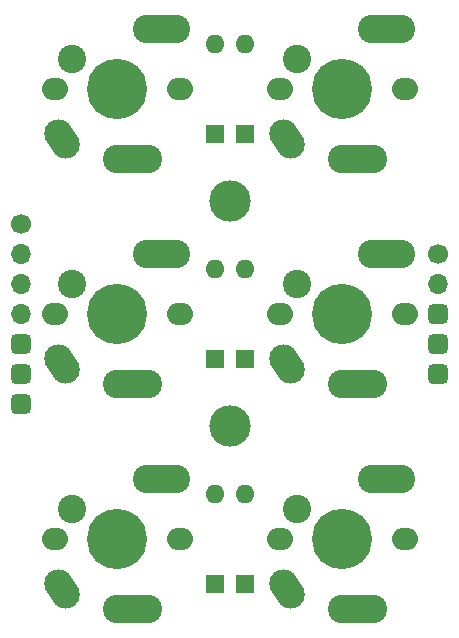
<source format=gts>
G04 #@! TF.GenerationSoftware,KiCad,Pcbnew,7.0.5*
G04 #@! TF.CreationDate,2023-08-16T13:59:19+08:00*
G04 #@! TF.ProjectId,RA,52412e6b-6963-4616-945f-706362585858,rev?*
G04 #@! TF.SameCoordinates,Original*
G04 #@! TF.FileFunction,Soldermask,Top*
G04 #@! TF.FilePolarity,Negative*
%FSLAX46Y46*%
G04 Gerber Fmt 4.6, Leading zero omitted, Abs format (unit mm)*
G04 Created by KiCad (PCBNEW 7.0.5) date 2023-08-16 13:59:19*
%MOMM*%
%LPD*%
G01*
G04 APERTURE LIST*
G04 Aperture macros list*
%AMRoundRect*
0 Rectangle with rounded corners*
0 $1 Rounding radius*
0 $2 $3 $4 $5 $6 $7 $8 $9 X,Y pos of 4 corners*
0 Add a 4 corners polygon primitive as box body*
4,1,4,$2,$3,$4,$5,$6,$7,$8,$9,$2,$3,0*
0 Add four circle primitives for the rounded corners*
1,1,$1+$1,$2,$3*
1,1,$1+$1,$4,$5*
1,1,$1+$1,$6,$7*
1,1,$1+$1,$8,$9*
0 Add four rect primitives between the rounded corners*
20,1,$1+$1,$2,$3,$4,$5,0*
20,1,$1+$1,$4,$5,$6,$7,0*
20,1,$1+$1,$6,$7,$8,$9,0*
20,1,$1+$1,$8,$9,$2,$3,0*%
%AMHorizOval*
0 Thick line with rounded ends*
0 $1 width*
0 $2 $3 position (X,Y) of the first rounded end (center of the circle)*
0 $4 $5 position (X,Y) of the second rounded end (center of the circle)*
0 Add line between two ends*
20,1,$1,$2,$3,$4,$5,0*
0 Add two circle primitives to create the rounded ends*
1,1,$1,$2,$3*
1,1,$1,$4,$5*%
%AMOutline4P*
0 Free polygon, 4 corners , with rotation*
0 The origin of the aperture is its center*
0 number of corners: always 4*
0 $1 to $8 corner X, Y*
0 $9 Rotation angle, in degrees counterclockwise*
0 create outline with 4 corners*
4,1,4,$1,$2,$3,$4,$5,$6,$7,$8,$1,$2,$9*%
G04 Aperture macros list end*
%ADD10O,2.200000X1.900000*%
%ADD11C,5.100000*%
%ADD12HorizOval,2.400000X-0.305164X0.457575X0.305164X-0.457575X0*%
%ADD13C,2.400000*%
%ADD14Outline4P,-1.300000X-1.200000X1.300000X-1.200000X1.300000X1.200000X-1.300000X1.200000X0.000000*%
%ADD15Outline4P,-1.200000X-1.200000X1.200000X-1.200000X1.200000X1.200000X-1.200000X1.200000X0.000000*%
%ADD16C,3.500000*%
%ADD17C,1.700000*%
%ADD18O,1.700000X1.700000*%
%ADD19RoundRect,0.425000X-0.425000X-0.425000X0.425000X-0.425000X0.425000X0.425000X-0.425000X0.425000X0*%
%ADD20R,1.600000X1.600000*%
%ADD21O,1.600000X1.600000*%
G04 APERTURE END LIST*
D10*
X136810000Y-54430000D03*
D11*
X142110000Y-54430000D03*
D10*
X147410000Y-54430000D03*
D12*
X137410000Y-58680000D03*
D13*
X138300000Y-51890000D03*
X142110000Y-60330000D03*
D14*
X143410000Y-60330000D03*
D13*
X144650000Y-49330000D03*
X144710000Y-60330000D03*
D15*
X145880000Y-49330000D03*
D13*
X147110000Y-49330000D03*
D10*
X117760000Y-54430000D03*
D11*
X123060000Y-54430000D03*
D10*
X128360000Y-54430000D03*
D12*
X118360000Y-58680000D03*
D13*
X119250000Y-51890000D03*
X123060000Y-60330000D03*
D14*
X124360000Y-60330000D03*
D13*
X125600000Y-49330000D03*
X125660000Y-60330000D03*
D15*
X126830000Y-49330000D03*
D13*
X128060000Y-49330000D03*
D16*
X132585000Y-83005000D03*
X132585000Y-63955000D03*
D17*
X114900000Y-65860000D03*
D18*
X114900000Y-68400000D03*
X114900000Y-70940000D03*
X114900000Y-73480000D03*
D19*
X114900000Y-76020000D03*
X114900000Y-78560000D03*
X114900000Y-81100000D03*
D10*
X117760000Y-92530000D03*
D11*
X123060000Y-92530000D03*
D10*
X128360000Y-92530000D03*
D12*
X118360000Y-96780000D03*
D13*
X119250000Y-89990000D03*
X123060000Y-98430000D03*
D14*
X124360000Y-98430000D03*
D13*
X125600000Y-87430000D03*
X125660000Y-98430000D03*
D15*
X126830000Y-87430000D03*
D13*
X128060000Y-87430000D03*
D10*
X136810000Y-73480000D03*
D11*
X142110000Y-73480000D03*
D10*
X147410000Y-73480000D03*
D12*
X137410000Y-77730000D03*
D13*
X138300000Y-70940000D03*
X142110000Y-79380000D03*
D14*
X143410000Y-79380000D03*
D13*
X144650000Y-68380000D03*
X144710000Y-79380000D03*
D15*
X145880000Y-68380000D03*
D13*
X147110000Y-68380000D03*
D10*
X136810000Y-92530000D03*
D11*
X142110000Y-92530000D03*
D10*
X147410000Y-92530000D03*
D12*
X137410000Y-96780000D03*
D13*
X138300000Y-89990000D03*
X142110000Y-98430000D03*
D14*
X143410000Y-98430000D03*
D13*
X144650000Y-87430000D03*
X144710000Y-98430000D03*
D15*
X145880000Y-87430000D03*
D13*
X147110000Y-87430000D03*
D10*
X117760000Y-73480000D03*
D11*
X123060000Y-73480000D03*
D10*
X128360000Y-73480000D03*
D12*
X118360000Y-77730000D03*
D13*
X119250000Y-70940000D03*
X123060000Y-79380000D03*
D14*
X124360000Y-79380000D03*
D13*
X125600000Y-68380000D03*
X125660000Y-79380000D03*
D15*
X126830000Y-68380000D03*
D13*
X128060000Y-68380000D03*
D17*
X150230000Y-68400000D03*
D18*
X150230000Y-70940000D03*
D19*
X150230000Y-73480000D03*
X150230000Y-76020000D03*
X150230000Y-78560000D03*
D20*
X131315000Y-77280000D03*
D21*
X131315000Y-69680000D03*
D20*
X133855000Y-96330000D03*
D21*
X133855000Y-88730000D03*
D20*
X131315000Y-96330000D03*
D21*
X131315000Y-88730000D03*
D20*
X131315000Y-58230000D03*
D21*
X131315000Y-50630000D03*
D20*
X133855000Y-77280000D03*
D21*
X133855000Y-69680000D03*
D20*
X133855000Y-58230000D03*
D21*
X133855000Y-50630000D03*
M02*

</source>
